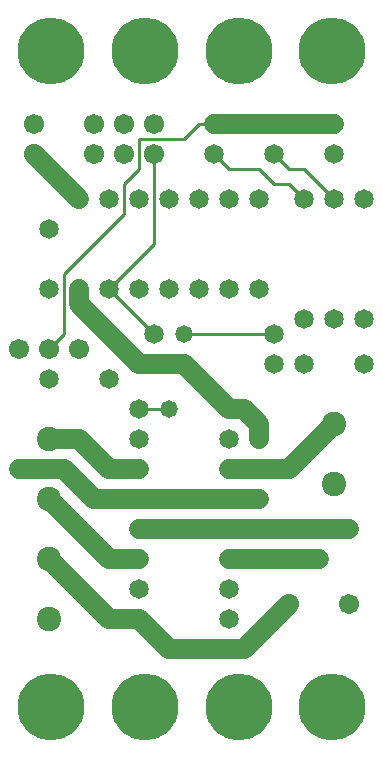
<source format=gbl>
%MOIN*%
%FSLAX25Y25*%
G04 D10 used for Character Trace; *
G04     Circle (OD=.01000) (No hole)*
G04 D11 used for Power Trace; *
G04     Circle (OD=.06700) (No hole)*
G04 D12 used for Signal Trace; *
G04     Circle (OD=.01100) (No hole)*
G04 D13 used for Via; *
G04     Circle (OD=.05800) (Round. Hole ID=.02800)*
G04 D14 used for Component hole; *
G04     Circle (OD=.06500) (Round. Hole ID=.03500)*
G04 D15 used for Component hole; *
G04     Circle (OD=.06700) (Round. Hole ID=.04300)*
G04 D16 used for Component hole; *
G04     Circle (OD=.08100) (Round. Hole ID=.05100)*
G04 D17 used for Component hole; *
G04     Circle (OD=.08900) (Round. Hole ID=.05900)*
G04 D18 used for Component hole; *
G04     Circle (OD=.11300) (Round. Hole ID=.08300)*
G04 D19 used for Component hole; *
G04     Circle (OD=.16000) (Round. Hole ID=.13000)*
G04 D20 used for Component hole; *
G04     Circle (OD=.18300) (Round. Hole ID=.15300)*
G04 D21 used for Component hole; *
G04     Circle (OD=.22291) (Round. Hole ID=.19291)*
%ADD10C,.01000*%
%ADD11C,.06700*%
%ADD12C,.01100*%
%ADD13C,.05800*%
%ADD14C,.06500*%
%ADD15C,.06700*%
%ADD16C,.08100*%
%ADD17C,.08900*%
%ADD18C,.11300*%
%ADD19C,.16000*%
%ADD20C,.18300*%
%ADD21C,.22291*%
%IPPOS*%
%LPD*%
G90*X0Y0D02*D21*X15625Y15625D03*D14*              
X45000Y45000D03*D11*X55000Y35000D01*X80000D01*    
X95000Y50000D01*D15*D03*D13*X105000Y65000D03*D11* 
X75000D01*D14*D03*Y75000D03*D11*X45000D01*D14*D03*
D11*X35000Y65000D02*X45000D01*D14*D03*D11*        
X35000D02*X15000Y85000D01*D16*D03*D13*            
X5000Y95000D03*D11*X20000D01*X30000Y85000D01*     
X45000D01*D14*D03*D11*X75000D01*D14*D03*D11*      
X85000D01*D14*D03*D11*X75000Y95000D02*X95000D01*  
D14*X75000D03*X85000Y105000D03*D11*Y110000D01*    
X80000Y115000D01*X75000D01*D14*D03*D11*           
X60000Y130000D01*X50000D01*D14*D03*D11*X45000D01* 
X25000Y150000D01*Y155000D01*D14*D03*D12*          
X20000Y140000D02*Y160000D01*X15000Y135000D02*     
X20000Y140000D01*D15*X15000Y135000D03*X25000D03*  
X5000D03*D14*X15000Y125000D03*X35000Y155000D03*   
D12*X50000Y140000D01*D14*D03*D13*X60000D03*D12*   
X90000D01*D14*D03*X100000Y130000D03*X90000D03*    
X100000Y145000D03*X75000Y155000D03*X85000D03*     
X110000Y145000D03*X65000Y155000D03*               
X120000Y130000D03*Y145000D03*D16*                 
X110000Y110000D03*D11*X95000Y95000D01*D16*        
X110000Y90000D03*D13*X115000Y75000D03*D11*        
X75000D01*D14*Y55000D03*X45000Y105000D03*D11*     
X35000Y45000D02*X45000D01*X35000D02*              
X15000Y65000D01*D16*D03*Y45000D03*D14*            
X45000Y95000D03*D11*X35000D01*X25000Y105000D01*   
X15000D01*D16*D03*D14*X35000Y125000D03*           
X45000Y115000D03*D12*X55000D01*D13*D03*D14*       
X75000Y105000D03*X15000Y155000D03*X55000D03*      
X45000D03*D12*X35000D02*X50000Y170000D01*         
Y200000D01*D15*D03*D12*X45000Y195000D02*          
Y205000D01*X40000Y190000D02*X45000Y195000D01*     
X40000Y180000D02*Y190000D01*X20000Y160000D02*     
X40000Y180000D01*D14*X15000Y175000D03*            
X45000Y185000D03*X35000D03*X25000D03*D11*         
X10000Y200000D01*D15*D03*Y210000D03*              
X30000Y200000D03*Y210000D03*X40000Y200000D03*     
Y210000D03*D21*X46875Y234375D03*X15625D03*D12*    
X45000Y205000D02*X60000D01*X65000Y210000D01*      
X70000D01*D14*D03*D11*X90000D01*D14*D03*D11*      
X110000D01*D14*D03*Y200000D03*D12*                
X95000Y195000D02*X100000D01*X110000Y185000D01*D14*
D03*X120000D03*X100000D03*D12*X95000Y190000D01*   
X90000D01*X85000Y195000D01*X75000D01*             
X70000Y200000D01*D14*D03*X85000Y185000D03*        
X55000D03*X65000D03*X75000D03*D15*                
X50000Y210000D03*D14*X90000Y200000D03*D12*        
X95000Y195000D01*D21*X109375Y234375D03*X78125D03* 
D14*X45000Y55000D03*D15*X115000Y50000D03*D14*     
X75000Y45000D03*D21*X46875Y15625D03*X78125D03*    
X109375D03*M02*                                   

</source>
